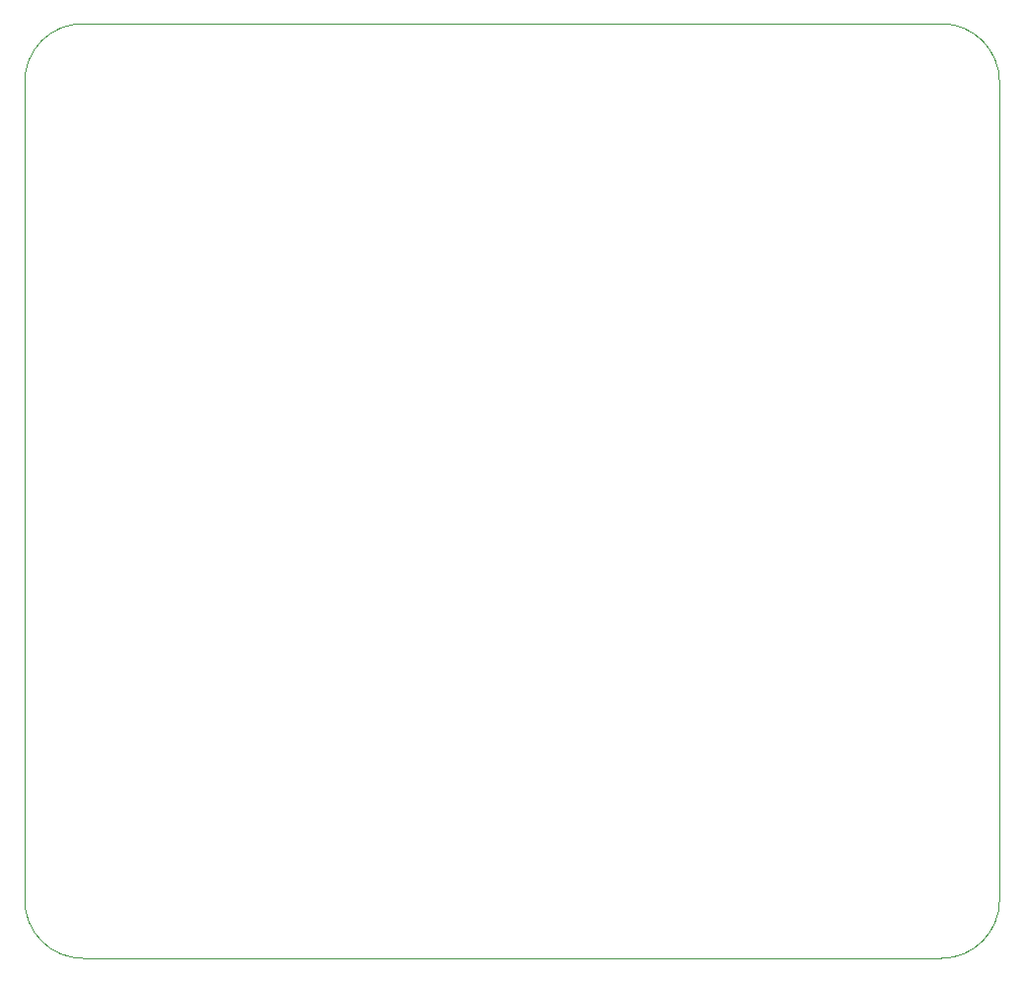
<source format=gbr>
%TF.GenerationSoftware,KiCad,Pcbnew,9.0.1*%
%TF.CreationDate,2026-02-07T17:07:50-05:00*%
%TF.ProjectId,Leonhart,4c656f6e-6861-4727-942e-6b696361645f,rev?*%
%TF.SameCoordinates,Original*%
%TF.FileFunction,Profile,NP*%
%FSLAX46Y46*%
G04 Gerber Fmt 4.6, Leading zero omitted, Abs format (unit mm)*
G04 Created by KiCad (PCBNEW 9.0.1) date 2026-02-07 17:07:50*
%MOMM*%
%LPD*%
G01*
G04 APERTURE LIST*
%TA.AperFunction,Profile*%
%ADD10C,0.050000*%
%TD*%
G04 APERTURE END LIST*
D10*
X177601000Y-144501000D02*
X103936534Y-144501000D01*
X182601000Y-69236534D02*
X182601000Y-139501000D01*
X182601000Y-139501000D02*
G75*
G02*
X177601000Y-144501000I-4999900J-100D01*
G01*
X103936534Y-144501000D02*
G75*
G02*
X98936500Y-139501034I-34J5000000D01*
G01*
X103936534Y-64236534D02*
X177601000Y-64236534D01*
X98936534Y-139501000D02*
X98936534Y-69236500D01*
X177601000Y-64236534D02*
G75*
G02*
X182600966Y-69236534I0J-4999966D01*
G01*
X98936534Y-69236534D02*
G75*
G02*
X103936534Y-64236534I4999966J34D01*
G01*
M02*

</source>
